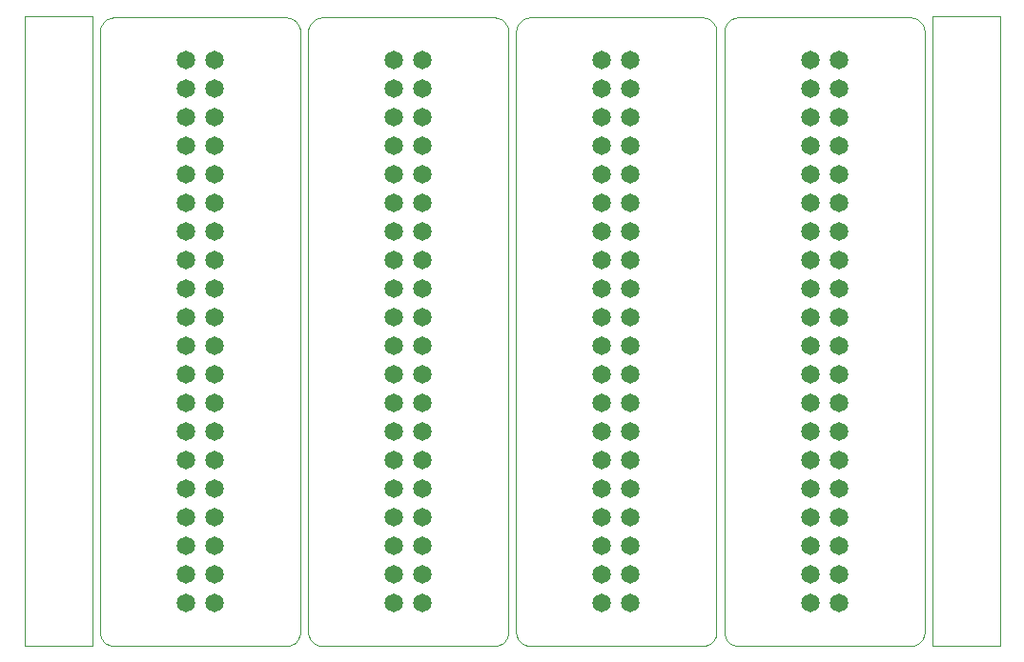
<source format=gtl>
G75*
%MOIN*%
%OFA0B0*%
%FSLAX24Y24*%
%IPPOS*%
%LPD*%
%AMOC8*
5,1,8,0,0,1.08239X$1,22.5*
%
%ADD10C,0.0010*%
%ADD11C,0.0000*%
%ADD12C,0.0650*%
D10*
X000105Y000105D02*
X000105Y022152D01*
X002467Y022152D01*
X002467Y000105D01*
X000105Y000105D01*
X002743Y000605D02*
X002743Y021605D01*
X002745Y021649D01*
X002751Y021692D01*
X002760Y021734D01*
X002773Y021776D01*
X002790Y021816D01*
X002810Y021855D01*
X002833Y021892D01*
X002860Y021926D01*
X002889Y021959D01*
X002922Y021988D01*
X002956Y022015D01*
X002993Y022038D01*
X003032Y022058D01*
X003072Y022075D01*
X003114Y022088D01*
X003156Y022097D01*
X003199Y022103D01*
X003243Y022105D01*
X009243Y022105D01*
X009287Y022103D01*
X009330Y022097D01*
X009372Y022088D01*
X009414Y022075D01*
X009454Y022058D01*
X009493Y022038D01*
X009530Y022015D01*
X009564Y021988D01*
X009597Y021959D01*
X009626Y021926D01*
X009653Y021892D01*
X009676Y021855D01*
X009696Y021816D01*
X009713Y021776D01*
X009726Y021734D01*
X009735Y021692D01*
X009741Y021649D01*
X009743Y021605D01*
X009743Y000605D01*
X010018Y000605D02*
X010018Y021605D01*
X010020Y021649D01*
X010026Y021692D01*
X010035Y021734D01*
X010048Y021776D01*
X010065Y021816D01*
X010085Y021855D01*
X010108Y021892D01*
X010135Y021926D01*
X010164Y021959D01*
X010197Y021988D01*
X010231Y022015D01*
X010268Y022038D01*
X010307Y022058D01*
X010347Y022075D01*
X010389Y022088D01*
X010431Y022097D01*
X010474Y022103D01*
X010518Y022105D01*
X016518Y022105D01*
X016562Y022103D01*
X016605Y022097D01*
X016647Y022088D01*
X016689Y022075D01*
X016729Y022058D01*
X016768Y022038D01*
X016805Y022015D01*
X016839Y021988D01*
X016872Y021959D01*
X016901Y021926D01*
X016928Y021892D01*
X016951Y021855D01*
X016971Y021816D01*
X016988Y021776D01*
X017001Y021734D01*
X017010Y021692D01*
X017016Y021649D01*
X017018Y021605D01*
X017018Y000605D01*
X017294Y000605D02*
X017294Y021605D01*
X017296Y021649D01*
X017302Y021692D01*
X017311Y021734D01*
X017324Y021776D01*
X017341Y021816D01*
X017361Y021855D01*
X017384Y021892D01*
X017411Y021926D01*
X017440Y021959D01*
X017473Y021988D01*
X017507Y022015D01*
X017544Y022038D01*
X017583Y022058D01*
X017623Y022075D01*
X017665Y022088D01*
X017707Y022097D01*
X017750Y022103D01*
X017794Y022105D01*
X023794Y022105D01*
X023838Y022103D01*
X023881Y022097D01*
X023923Y022088D01*
X023965Y022075D01*
X024005Y022058D01*
X024044Y022038D01*
X024081Y022015D01*
X024115Y021988D01*
X024148Y021959D01*
X024177Y021926D01*
X024204Y021892D01*
X024227Y021855D01*
X024247Y021816D01*
X024264Y021776D01*
X024277Y021734D01*
X024286Y021692D01*
X024292Y021649D01*
X024294Y021605D01*
X024294Y000605D01*
X024570Y000605D02*
X024570Y021605D01*
X024572Y021649D01*
X024578Y021692D01*
X024587Y021734D01*
X024600Y021776D01*
X024617Y021816D01*
X024637Y021855D01*
X024660Y021892D01*
X024687Y021926D01*
X024716Y021959D01*
X024749Y021988D01*
X024783Y022015D01*
X024820Y022038D01*
X024859Y022058D01*
X024899Y022075D01*
X024941Y022088D01*
X024983Y022097D01*
X025026Y022103D01*
X025070Y022105D01*
X031070Y022105D01*
X031114Y022103D01*
X031157Y022097D01*
X031199Y022088D01*
X031241Y022075D01*
X031281Y022058D01*
X031320Y022038D01*
X031357Y022015D01*
X031391Y021988D01*
X031424Y021959D01*
X031453Y021926D01*
X031480Y021892D01*
X031503Y021855D01*
X031523Y021816D01*
X031540Y021776D01*
X031553Y021734D01*
X031562Y021692D01*
X031568Y021649D01*
X031570Y021605D01*
X031570Y000605D01*
X031568Y000561D01*
X031562Y000518D01*
X031553Y000476D01*
X031540Y000434D01*
X031523Y000394D01*
X031503Y000355D01*
X031480Y000318D01*
X031453Y000284D01*
X031424Y000251D01*
X031391Y000222D01*
X031357Y000195D01*
X031320Y000172D01*
X031281Y000152D01*
X031241Y000135D01*
X031199Y000122D01*
X031157Y000113D01*
X031114Y000107D01*
X031070Y000105D01*
X025070Y000105D01*
X023794Y000105D02*
X017794Y000105D01*
X016518Y000105D02*
X010518Y000105D01*
X009243Y000105D02*
X003243Y000105D01*
X009243Y000105D02*
X009287Y000107D01*
X009330Y000113D01*
X009372Y000122D01*
X009414Y000135D01*
X009454Y000152D01*
X009493Y000172D01*
X009530Y000195D01*
X009564Y000222D01*
X009597Y000251D01*
X009626Y000284D01*
X009653Y000318D01*
X009676Y000355D01*
X009696Y000394D01*
X009713Y000434D01*
X009726Y000476D01*
X009735Y000518D01*
X009741Y000561D01*
X009743Y000605D01*
X016518Y000105D02*
X016562Y000107D01*
X016605Y000113D01*
X016647Y000122D01*
X016689Y000135D01*
X016729Y000152D01*
X016768Y000172D01*
X016805Y000195D01*
X016839Y000222D01*
X016872Y000251D01*
X016901Y000284D01*
X016928Y000318D01*
X016951Y000355D01*
X016971Y000394D01*
X016988Y000434D01*
X017001Y000476D01*
X017010Y000518D01*
X017016Y000561D01*
X017018Y000605D01*
X023794Y000105D02*
X023838Y000107D01*
X023881Y000113D01*
X023923Y000122D01*
X023965Y000135D01*
X024005Y000152D01*
X024044Y000172D01*
X024081Y000195D01*
X024115Y000222D01*
X024148Y000251D01*
X024177Y000284D01*
X024204Y000318D01*
X024227Y000355D01*
X024247Y000394D01*
X024264Y000434D01*
X024277Y000476D01*
X024286Y000518D01*
X024292Y000561D01*
X024294Y000605D01*
X031845Y000105D02*
X031845Y022152D01*
X034207Y022152D01*
X034207Y000105D01*
X031845Y000105D01*
D11*
X025070Y000105D02*
X025026Y000107D01*
X024983Y000113D01*
X024941Y000122D01*
X024899Y000135D01*
X024859Y000152D01*
X024820Y000172D01*
X024783Y000195D01*
X024749Y000222D01*
X024716Y000251D01*
X024687Y000284D01*
X024660Y000318D01*
X024637Y000355D01*
X024617Y000394D01*
X024600Y000434D01*
X024587Y000476D01*
X024578Y000518D01*
X024572Y000561D01*
X024570Y000605D01*
X017794Y000105D02*
X017750Y000107D01*
X017707Y000113D01*
X017665Y000122D01*
X017623Y000135D01*
X017583Y000152D01*
X017544Y000172D01*
X017507Y000195D01*
X017473Y000222D01*
X017440Y000251D01*
X017411Y000284D01*
X017384Y000318D01*
X017361Y000355D01*
X017341Y000394D01*
X017324Y000434D01*
X017311Y000476D01*
X017302Y000518D01*
X017296Y000561D01*
X017294Y000605D01*
X010518Y000105D02*
X010474Y000107D01*
X010431Y000113D01*
X010389Y000122D01*
X010347Y000135D01*
X010307Y000152D01*
X010268Y000172D01*
X010231Y000195D01*
X010197Y000222D01*
X010164Y000251D01*
X010135Y000284D01*
X010108Y000318D01*
X010085Y000355D01*
X010065Y000394D01*
X010048Y000434D01*
X010035Y000476D01*
X010026Y000518D01*
X010020Y000561D01*
X010018Y000605D01*
X003243Y000105D02*
X003199Y000107D01*
X003156Y000113D01*
X003114Y000122D01*
X003072Y000135D01*
X003032Y000152D01*
X002993Y000172D01*
X002956Y000195D01*
X002922Y000222D01*
X002889Y000251D01*
X002860Y000284D01*
X002833Y000318D01*
X002810Y000355D01*
X002790Y000394D01*
X002773Y000434D01*
X002760Y000476D01*
X002751Y000518D01*
X002745Y000561D01*
X002743Y000605D01*
D12*
X005743Y001605D03*
X006743Y001605D03*
X006743Y002605D03*
X005743Y002605D03*
X005743Y003605D03*
X006743Y003605D03*
X006743Y004605D03*
X005743Y004605D03*
X005743Y005605D03*
X006743Y005605D03*
X006743Y006605D03*
X005743Y006605D03*
X005743Y007605D03*
X006743Y007605D03*
X006743Y008605D03*
X005743Y008605D03*
X005743Y009605D03*
X006743Y009605D03*
X006743Y010605D03*
X005743Y010605D03*
X005743Y011605D03*
X006743Y011605D03*
X006743Y012605D03*
X005743Y012605D03*
X005743Y013605D03*
X006743Y013605D03*
X006743Y014605D03*
X005743Y014605D03*
X005743Y015605D03*
X006743Y015605D03*
X006743Y016605D03*
X005743Y016605D03*
X005743Y017605D03*
X006743Y017605D03*
X006743Y018605D03*
X005743Y018605D03*
X005743Y019605D03*
X006743Y019605D03*
X006743Y020605D03*
X005743Y020605D03*
X013018Y020605D03*
X014018Y020605D03*
X014018Y019605D03*
X013018Y019605D03*
X013018Y018605D03*
X014018Y018605D03*
X014018Y017605D03*
X013018Y017605D03*
X013018Y016605D03*
X014018Y016605D03*
X014018Y015605D03*
X013018Y015605D03*
X013018Y014605D03*
X014018Y014605D03*
X014018Y013605D03*
X013018Y013605D03*
X013018Y012605D03*
X014018Y012605D03*
X014018Y011605D03*
X013018Y011605D03*
X013018Y010605D03*
X014018Y010605D03*
X014018Y009605D03*
X013018Y009605D03*
X013018Y008605D03*
X014018Y008605D03*
X014018Y007605D03*
X013018Y007605D03*
X013018Y006605D03*
X014018Y006605D03*
X014018Y005605D03*
X013018Y005605D03*
X013018Y004605D03*
X014018Y004605D03*
X014018Y003605D03*
X013018Y003605D03*
X013018Y002605D03*
X014018Y002605D03*
X014018Y001605D03*
X013018Y001605D03*
X020294Y001605D03*
X021294Y001605D03*
X021294Y002605D03*
X020294Y002605D03*
X020294Y003605D03*
X021294Y003605D03*
X021294Y004605D03*
X020294Y004605D03*
X020294Y005605D03*
X021294Y005605D03*
X021294Y006605D03*
X020294Y006605D03*
X020294Y007605D03*
X021294Y007605D03*
X021294Y008605D03*
X020294Y008605D03*
X020294Y009605D03*
X021294Y009605D03*
X021294Y010605D03*
X020294Y010605D03*
X020294Y011605D03*
X021294Y011605D03*
X021294Y012605D03*
X020294Y012605D03*
X020294Y013605D03*
X021294Y013605D03*
X021294Y014605D03*
X020294Y014605D03*
X020294Y015605D03*
X021294Y015605D03*
X021294Y016605D03*
X020294Y016605D03*
X020294Y017605D03*
X021294Y017605D03*
X021294Y018605D03*
X020294Y018605D03*
X020294Y019605D03*
X021294Y019605D03*
X021294Y020605D03*
X020294Y020605D03*
X027570Y020605D03*
X028570Y020605D03*
X028570Y019605D03*
X027570Y019605D03*
X027570Y018605D03*
X028570Y018605D03*
X028570Y017605D03*
X027570Y017605D03*
X027570Y016605D03*
X028570Y016605D03*
X028570Y015605D03*
X027570Y015605D03*
X027570Y014605D03*
X028570Y014605D03*
X028570Y013605D03*
X027570Y013605D03*
X027570Y012605D03*
X028570Y012605D03*
X028570Y011605D03*
X027570Y011605D03*
X027570Y010605D03*
X028570Y010605D03*
X028570Y009605D03*
X027570Y009605D03*
X027570Y008605D03*
X028570Y008605D03*
X028570Y007605D03*
X027570Y007605D03*
X027570Y006605D03*
X028570Y006605D03*
X028570Y005605D03*
X027570Y005605D03*
X027570Y004605D03*
X028570Y004605D03*
X028570Y003605D03*
X027570Y003605D03*
X027570Y002605D03*
X028570Y002605D03*
X028570Y001605D03*
X027570Y001605D03*
M02*

</source>
